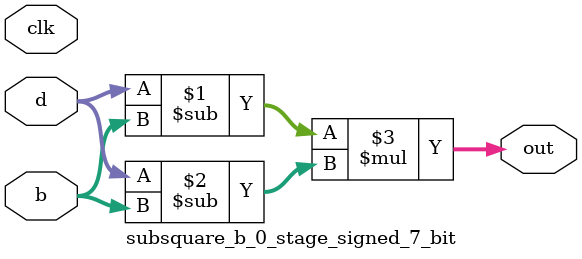
<source format=sv>
(* use_dsp = "yes" *) module subsquare_b_0_stage_signed_7_bit(
	input signed [6:0] b,
	input signed [6:0] d,
	output [6:0] out,
	input clk);

	assign out = (d - b) * (d - b);
endmodule

</source>
